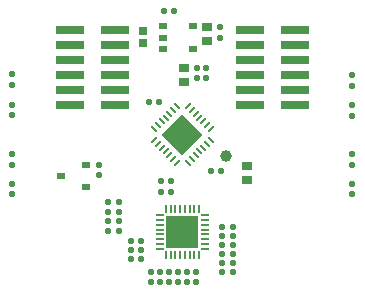
<source format=gtp>
G04*
G04 #@! TF.GenerationSoftware,Altium Limited,Altium Designer,20.0.9 (164)*
G04*
G04 Layer_Color=8421504*
%FSLAX25Y25*%
%MOIN*%
G70*
G01*
G75*
G04:AMPARAMS|DCode=13|XSize=20.47mil|YSize=22.05mil|CornerRadius=5.12mil|HoleSize=0mil|Usage=FLASHONLY|Rotation=0.000|XOffset=0mil|YOffset=0mil|HoleType=Round|Shape=RoundedRectangle|*
%AMROUNDEDRECTD13*
21,1,0.02047,0.01181,0,0,0.0*
21,1,0.01024,0.02205,0,0,0.0*
1,1,0.01024,0.00512,-0.00591*
1,1,0.01024,-0.00512,-0.00591*
1,1,0.01024,-0.00512,0.00591*
1,1,0.01024,0.00512,0.00591*
%
%ADD13ROUNDEDRECTD13*%
G04:AMPARAMS|DCode=14|XSize=20.47mil|YSize=22.05mil|CornerRadius=5.12mil|HoleSize=0mil|Usage=FLASHONLY|Rotation=270.000|XOffset=0mil|YOffset=0mil|HoleType=Round|Shape=RoundedRectangle|*
%AMROUNDEDRECTD14*
21,1,0.02047,0.01181,0,0,270.0*
21,1,0.01024,0.02205,0,0,270.0*
1,1,0.01024,-0.00591,-0.00512*
1,1,0.01024,-0.00591,0.00512*
1,1,0.01024,0.00591,0.00512*
1,1,0.01024,0.00591,-0.00512*
%
%ADD14ROUNDEDRECTD14*%
%ADD15R,0.03150X0.02165*%
%ADD16R,0.03543X0.02835*%
%ADD17R,0.11024X0.11024*%
%ADD18R,0.02520X0.00866*%
%ADD19R,0.00866X0.02520*%
%ADD20R,0.02756X0.02165*%
%ADD21R,0.09449X0.02992*%
%ADD22R,0.03347X0.02756*%
%ADD23P,0.13919X4X180.0*%
G04:AMPARAMS|DCode=24|XSize=7.87mil|YSize=29.53mil|CornerRadius=0mil|HoleSize=0mil|Usage=FLASHONLY|Rotation=135.000|XOffset=0mil|YOffset=0mil|HoleType=Round|Shape=Round|*
%AMOVALD24*
21,1,0.02165,0.00787,0.00000,0.00000,225.0*
1,1,0.00787,0.00766,0.00766*
1,1,0.00787,-0.00766,-0.00766*
%
%ADD24OVALD24*%

G04:AMPARAMS|DCode=25|XSize=7.87mil|YSize=29.53mil|CornerRadius=0mil|HoleSize=0mil|Usage=FLASHONLY|Rotation=225.000|XOffset=0mil|YOffset=0mil|HoleType=Round|Shape=Round|*
%AMOVALD25*
21,1,0.02165,0.00787,0.00000,0.00000,315.0*
1,1,0.00787,-0.00766,0.00766*
1,1,0.00787,0.00766,-0.00766*
%
%ADD25OVALD25*%

%ADD26C,0.03937*%
%ADD27R,0.02500X0.02500*%
D13*
X339823Y356102D02*
D03*
X336358Y356102D02*
D03*
X301732Y366929D02*
D03*
X298268D02*
D03*
X315315Y409842D02*
D03*
X311850D02*
D03*
X332421Y386713D02*
D03*
X335886D02*
D03*
X316772Y440158D02*
D03*
X320236Y440158D02*
D03*
X301732Y370079D02*
D03*
X298268D02*
D03*
X298268Y373228D02*
D03*
X301732D02*
D03*
X298268Y376378D02*
D03*
X301732D02*
D03*
X339823Y365158D02*
D03*
X336358D02*
D03*
X339823Y368209D02*
D03*
X336358D02*
D03*
Y362205D02*
D03*
X339823D02*
D03*
X336358Y359154D02*
D03*
X339823D02*
D03*
X336358Y353051D02*
D03*
X339823D02*
D03*
X309213Y357382D02*
D03*
X305748Y357382D02*
D03*
X309213Y360433D02*
D03*
X305748D02*
D03*
X309213Y363484D02*
D03*
X305748Y363484D02*
D03*
D14*
X379724Y378976D02*
D03*
Y382441D02*
D03*
Y388917D02*
D03*
Y392382D02*
D03*
X319094Y379862D02*
D03*
Y383327D02*
D03*
X335531Y434705D02*
D03*
Y431240D02*
D03*
X327756Y421122D02*
D03*
Y417658D02*
D03*
X330906Y421122D02*
D03*
Y417658D02*
D03*
X295079Y385276D02*
D03*
Y388740D02*
D03*
X327658Y353110D02*
D03*
X327658Y349646D02*
D03*
X324606Y353110D02*
D03*
X324606Y349646D02*
D03*
X321555Y353110D02*
D03*
X321555Y349646D02*
D03*
X318504Y353110D02*
D03*
X318504Y349646D02*
D03*
X315453Y353110D02*
D03*
X315453Y349646D02*
D03*
X312402Y353110D02*
D03*
X312402Y349646D02*
D03*
X379724Y405256D02*
D03*
Y408720D02*
D03*
Y415197D02*
D03*
Y418661D02*
D03*
X266339Y415492D02*
D03*
X266339Y418957D02*
D03*
Y405453D02*
D03*
Y408917D02*
D03*
Y392382D02*
D03*
Y388917D02*
D03*
Y382441D02*
D03*
X266338Y378976D02*
D03*
X315846Y379862D02*
D03*
X315846Y383327D02*
D03*
D15*
X326476Y427461D02*
D03*
Y434941D02*
D03*
X316634Y427461D02*
D03*
X316634Y431201D02*
D03*
X316634Y434941D02*
D03*
D16*
X344488Y383661D02*
D03*
Y388386D02*
D03*
X331299Y434842D02*
D03*
Y430118D02*
D03*
D17*
X323031Y366437D02*
D03*
D18*
X315453Y360925D02*
D03*
Y362500D02*
D03*
Y364075D02*
D03*
Y365650D02*
D03*
Y367224D02*
D03*
Y368799D02*
D03*
Y370374D02*
D03*
Y371949D02*
D03*
X330610D02*
D03*
Y370374D02*
D03*
Y368799D02*
D03*
Y367224D02*
D03*
Y365650D02*
D03*
Y364075D02*
D03*
Y362500D02*
D03*
Y360925D02*
D03*
D19*
X317520Y374016D02*
D03*
X319094D02*
D03*
X320669D02*
D03*
X322244D02*
D03*
X323819D02*
D03*
X325394D02*
D03*
X326969D02*
D03*
X328543D02*
D03*
Y358858D02*
D03*
X326969D02*
D03*
X325394D02*
D03*
X323819D02*
D03*
X322244D02*
D03*
X320669D02*
D03*
X319094D02*
D03*
X317520D02*
D03*
D20*
X282579Y385138D02*
D03*
X290846Y388878D02*
D03*
Y381398D02*
D03*
D21*
X345453Y433858D02*
D03*
X360453D02*
D03*
X345453Y428858D02*
D03*
X360453D02*
D03*
X345453Y423858D02*
D03*
X360453D02*
D03*
X345453Y418858D02*
D03*
X360453D02*
D03*
X345453Y413858D02*
D03*
X360453D02*
D03*
X345453Y408858D02*
D03*
X360453D02*
D03*
X285512Y433858D02*
D03*
X300512D02*
D03*
X285512Y428858D02*
D03*
X300512D02*
D03*
X285512Y423858D02*
D03*
X300512D02*
D03*
X285512Y418858D02*
D03*
X300512D02*
D03*
X285512Y413858D02*
D03*
X300512D02*
D03*
X285512Y408858D02*
D03*
X300512D02*
D03*
D22*
X323721Y421161D02*
D03*
Y416437D02*
D03*
D23*
X323031Y398917D02*
D03*
D24*
X321152Y389522D02*
D03*
X319900Y390774D02*
D03*
X318647Y392027D02*
D03*
X317394Y393280D02*
D03*
X316141Y394533D02*
D03*
X314889Y395785D02*
D03*
X313636Y397038D02*
D03*
X324911Y408313D02*
D03*
X326163Y407060D02*
D03*
X327416Y405807D02*
D03*
X328669Y404555D02*
D03*
X329922Y403302D02*
D03*
X331174Y402049D02*
D03*
X332427Y400796D02*
D03*
D25*
X313636D02*
D03*
X314889Y402049D02*
D03*
X316141Y403302D02*
D03*
X317394Y404555D02*
D03*
X318647Y405807D02*
D03*
X319900Y407060D02*
D03*
X321152Y408313D02*
D03*
X332427Y397038D02*
D03*
X331174Y395785D02*
D03*
X329922Y394533D02*
D03*
X328669Y393280D02*
D03*
X327416Y392027D02*
D03*
X326163Y390774D02*
D03*
X324911Y389522D02*
D03*
D26*
X337500Y391634D02*
D03*
D27*
X310039Y433398D02*
D03*
Y429398D02*
D03*
M02*

</source>
